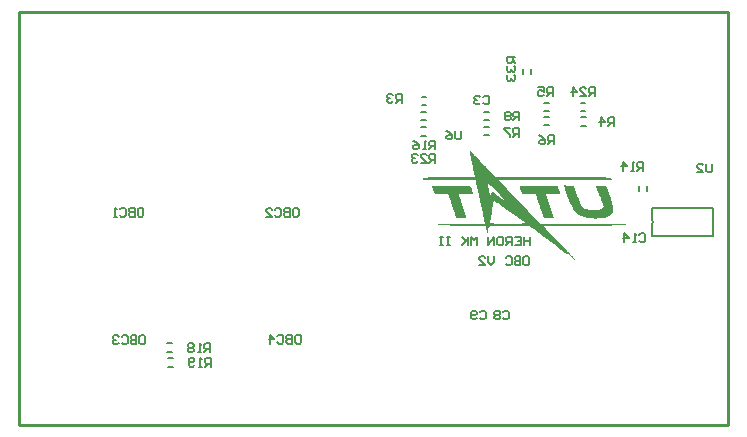
<source format=gbo>
G04*
G04 #@! TF.GenerationSoftware,Altium Limited,Altium Designer,18.1.9 (240)*
G04*
G04 Layer_Color=12176880*
%FSLAX44Y44*%
%MOMM*%
G71*
G01*
G75*
%ADD13C,0.2540*%
%ADD14C,0.2000*%
G36*
X447196Y202697D02*
X449005D01*
X450649Y202615D01*
X451965Y202533D01*
X453034Y202450D01*
X453938D01*
X454678Y202368D01*
X455171Y202286D01*
X455582Y202204D01*
X455829Y202121D01*
X455993D01*
X456076Y202039D01*
X456158D01*
X456487Y201053D01*
X456816Y200148D01*
X457145Y199408D01*
X457309Y198750D01*
X457556Y198175D01*
X457720Y197682D01*
X457967Y196942D01*
X458131Y196448D01*
X458213Y196119D01*
Y195955D01*
X458131Y195873D01*
X457967Y195791D01*
X457638D01*
X457227Y195708D01*
X456240Y195626D01*
X455007D01*
X453856Y195544D01*
X445634D01*
X449005Y185678D01*
X452376Y175482D01*
X452294Y175400D01*
X452211Y175318D01*
X451718Y175236D01*
X451060Y175153D01*
X450320D01*
X449580Y175071D01*
X444236D01*
X441769Y182224D01*
X441276Y183622D01*
X440865Y184937D01*
X440454Y186089D01*
X440043Y187157D01*
X439714Y188062D01*
X439467Y188884D01*
X439138Y189624D01*
X438974Y190282D01*
X438727Y190857D01*
X438563Y191268D01*
X438481Y191679D01*
X438316Y191926D01*
X438234Y192337D01*
X438152Y192419D01*
X437083Y195297D01*
X436261Y195379D01*
X435274Y195462D01*
X434370D01*
X433383Y195544D01*
X429930D01*
X428697Y195626D01*
X427710D01*
X426970Y195708D01*
X426312D01*
X425901Y195791D01*
X425572D01*
X424668Y198668D01*
X424257Y199573D01*
X424010Y200313D01*
X423763Y200970D01*
X423681Y201381D01*
X423599Y201710D01*
X423517Y201875D01*
Y202039D01*
X423599Y202121D01*
X423681Y202204D01*
X423928D01*
X424174Y202286D01*
X424997Y202368D01*
X426065Y202450D01*
X427299Y202533D01*
X428614Y202615D01*
X430094D01*
X431574Y202697D01*
X433136D01*
X434616Y202779D01*
X445058Y202779D01*
X447196Y202697D01*
D02*
G37*
G36*
X383229Y199573D02*
X383640Y198586D01*
X383887Y197764D01*
X384133Y197106D01*
X384216Y196613D01*
X384298Y196202D01*
X384380Y195955D01*
Y195873D01*
Y195791D01*
X384298D01*
X384133Y195708D01*
X383805D01*
X383393Y195626D01*
X382407D01*
X381174Y195544D01*
X375665D01*
X374678Y195462D01*
X373774D01*
X373034Y195379D01*
X372458D01*
X372047Y195297D01*
X371965D01*
Y195133D01*
X372129Y194804D01*
X372294Y194310D01*
X372458Y193735D01*
X372705Y192995D01*
X373034Y192173D01*
X373609Y190364D01*
X374267Y188555D01*
X374514Y187733D01*
X374842Y186993D01*
X375007Y186417D01*
X375171Y185924D01*
X375336Y185595D01*
Y185513D01*
X375911Y183869D01*
X376487Y182306D01*
X376898Y181073D01*
X377309Y179922D01*
X377638Y178935D01*
X377885Y178113D01*
X378131Y177455D01*
X378296Y176962D01*
X378460Y176469D01*
X378542Y176140D01*
X378625Y175893D01*
Y175729D01*
X378707Y175564D01*
Y175482D01*
X378625Y175400D01*
X378542Y175318D01*
X378049Y175236D01*
X377391Y175153D01*
X376569D01*
X375747Y175071D01*
X370403D01*
X369827Y176469D01*
X369252Y178113D01*
X368594Y179758D01*
X368018Y181402D01*
X367525Y182964D01*
X367278Y183622D01*
X367114Y184115D01*
X366950Y184609D01*
X366785Y184937D01*
X366703Y185184D01*
Y185266D01*
X366292Y186500D01*
X365881Y187733D01*
X365470Y188802D01*
X365141Y189788D01*
X364565Y191515D01*
X364072Y192995D01*
X363661Y194146D01*
X363414Y194886D01*
X363250Y195379D01*
X363167Y195544D01*
X351739D01*
X350588Y199161D01*
X349190Y202779D01*
X381913D01*
X383229Y199573D01*
D02*
G37*
G36*
X461502Y202861D02*
X462160D01*
X463475Y202779D01*
X467011D01*
X467751Y202697D01*
X468326D01*
X468820Y202615D01*
X469149D01*
X469395Y202533D01*
X469478D01*
X472602Y194228D01*
X473177Y192748D01*
X473671Y191515D01*
X474164Y190282D01*
X474657Y189295D01*
X474986Y188391D01*
X475397Y187568D01*
X475644Y186911D01*
X475973Y186335D01*
X476137Y185842D01*
X476384Y185431D01*
X476631Y184937D01*
X476795Y184609D01*
X476877Y184526D01*
X477371Y184115D01*
X477946Y183704D01*
X479179Y183129D01*
X480659Y182635D01*
X482139Y182389D01*
X483455Y182224D01*
X484113Y182142D01*
X484606D01*
X485017Y182060D01*
X488224D01*
X488799Y182142D01*
X489292D01*
X489786Y182224D01*
X490526D01*
X490937Y182306D01*
X491266Y182389D01*
X491512Y182471D01*
X491595D01*
X491841Y182635D01*
X492088Y182717D01*
X492335D01*
X492581Y182800D01*
X492746Y182882D01*
X492910Y182964D01*
X492992Y183046D01*
X493239Y183293D01*
X493321Y183375D01*
X493486Y183458D01*
X493568Y183622D01*
X493815Y183786D01*
X493979Y183951D01*
X494061Y184033D01*
X494308Y184362D01*
X494555Y184609D01*
X494637Y184691D01*
X494719Y184773D01*
X493321Y188555D01*
X492663Y190282D01*
X492088Y191926D01*
X491512Y193571D01*
X490937Y195051D01*
X490444Y196366D01*
X489950Y197682D01*
X489539Y198833D01*
X489210Y199819D01*
X488881Y200724D01*
X488635Y201464D01*
X488388Y202039D01*
X488224Y202450D01*
X488141Y202697D01*
Y202779D01*
X493157D01*
X493815Y202697D01*
X494966Y202533D01*
X495788Y202368D01*
X496363Y202121D01*
X496774Y201793D01*
X497021Y201628D01*
X497186Y201464D01*
Y201381D01*
X498172Y198668D01*
X499077Y196202D01*
X499899Y193982D01*
X500557Y192008D01*
X501132Y190282D01*
X501626Y188720D01*
X501954Y187404D01*
X502283Y186335D01*
X502530Y185349D01*
X502694Y184609D01*
X502859Y183951D01*
X502941Y183458D01*
X503023Y183129D01*
Y182882D01*
Y182800D01*
Y182717D01*
X502941Y181813D01*
X502694Y180991D01*
X502365Y180169D01*
X502037Y179511D01*
X501708Y179018D01*
X501379Y178524D01*
X501132Y178278D01*
X501050Y178195D01*
X500310Y177620D01*
X499488Y177044D01*
X498583Y176633D01*
X497514Y176222D01*
X495377Y175647D01*
X493239Y175236D01*
X492170Y175071D01*
X491184Y174989D01*
X490279Y174907D01*
X489539D01*
X488881Y174824D01*
X487977D01*
X486004Y174907D01*
X484195Y174989D01*
X482468Y175236D01*
X480906Y175564D01*
X479426Y175893D01*
X478111Y176222D01*
X476959Y176633D01*
X475891Y177127D01*
X474986Y177538D01*
X474164Y177949D01*
X473506Y178278D01*
X472931Y178607D01*
X472520Y178935D01*
X472191Y179182D01*
X472026Y179264D01*
X471944Y179347D01*
X471204Y180004D01*
X470546Y180826D01*
X469806Y181731D01*
X469149Y182882D01*
X468409Y184033D01*
X467751Y185266D01*
X466600Y187733D01*
X466024Y188966D01*
X465531Y190117D01*
X465120Y191186D01*
X464709Y192091D01*
X464462Y192913D01*
X464216Y193488D01*
X464133Y193817D01*
X464051Y193982D01*
X460927Y202944D01*
X461502Y202861D01*
D02*
G37*
G36*
X381338Y232625D02*
X381749Y232296D01*
X382160Y231885D01*
X382736Y231392D01*
X383229Y230816D01*
X383640Y230405D01*
X383969Y230076D01*
X384051Y229994D01*
X385038Y228925D01*
X386107Y227856D01*
X387175Y226705D01*
X388162Y225718D01*
X388984Y224814D01*
X389642Y224074D01*
X390135Y223581D01*
X390218Y223498D01*
X390300Y223416D01*
X391615Y222101D01*
X392684Y221032D01*
X393506Y220128D01*
X394246Y219470D01*
X394740Y218976D01*
X395151Y218565D01*
X395315Y218401D01*
X395397Y218319D01*
X403948Y209768D01*
X465120Y209768D01*
X466682Y209850D01*
X479262D01*
X480742Y209932D01*
X490772D01*
X492088Y209850D01*
X494390D01*
X495294Y209768D01*
X496199D01*
X496857Y209686D01*
X497514Y209603D01*
X498008D01*
X498419Y209521D01*
X498994D01*
X499159Y209439D01*
X499323D01*
X500145Y209275D01*
X500803Y209028D01*
X501214Y208699D01*
X501543Y208452D01*
X501708Y208123D01*
X501790Y207959D01*
X501872Y207795D01*
Y207712D01*
X501297D01*
X500639Y207630D01*
X497432D01*
X495952Y207548D01*
X482304D01*
X477782Y207466D01*
X405757Y207466D01*
X413157Y199819D01*
X413568Y199408D01*
X414061Y198915D01*
X415213Y197764D01*
X416528Y196284D01*
X417926Y194886D01*
X419241Y193488D01*
X419817Y192913D01*
X420310Y192337D01*
X420803Y191926D01*
X421132Y191597D01*
X421297Y191351D01*
X421379Y191268D01*
X422530Y190035D01*
X423599Y188884D01*
X425572Y186911D01*
X427217Y185184D01*
X428614Y183786D01*
X429683Y182717D01*
X430423Y181895D01*
X430834Y181484D01*
X430999Y181320D01*
X441769Y170549D01*
X489950Y170549D01*
X492417Y170467D01*
X497021D01*
X498994Y170385D01*
X500886D01*
X502612Y170302D01*
X505572D01*
X506805Y170220D01*
X507956D01*
X509025Y170138D01*
X509930D01*
X510752Y170056D01*
X511492D01*
X512067Y169974D01*
X512561D01*
X513383Y169891D01*
X513959Y169809D01*
X514287Y169727D01*
X514452D01*
X514534Y169645D01*
X514452Y169562D01*
X514123Y169480D01*
X513630Y169398D01*
X513054Y169316D01*
X512232D01*
X511327Y169233D01*
X510259Y169151D01*
X509025D01*
X507792Y169069D01*
X506394D01*
X503434Y168987D01*
X500228Y168905D01*
X496939Y168822D01*
X490526D01*
X487566Y168740D01*
X443825D01*
X444729Y167589D01*
X444976Y167260D01*
X445552Y166685D01*
X446209Y165863D01*
X447032Y164958D01*
X448018Y163971D01*
X449087Y162820D01*
X451307Y160518D01*
X453445Y158216D01*
X454431Y157229D01*
X455336Y156325D01*
X456076Y155503D01*
X456651Y154927D01*
X456980Y154598D01*
X457145Y154434D01*
X459118Y152378D01*
X460927Y150487D01*
X462489Y148925D01*
X463804Y147528D01*
X464873Y146376D01*
X465860Y145472D01*
X466600Y144650D01*
X467258Y143992D01*
X467751Y143499D01*
X468162Y143088D01*
X468409Y142841D01*
X468573Y142676D01*
X468820Y142430D01*
X469395Y141772D01*
X469889Y141196D01*
X470218Y140785D01*
X470464Y140539D01*
X470629Y140292D01*
X470711Y140210D01*
X470793Y140128D01*
X469478Y141032D01*
X465860Y143581D01*
X462407Y146047D01*
X459036Y148432D01*
X455829Y150816D01*
X452705Y153036D01*
X449827Y155174D01*
X447114Y157229D01*
X444647Y159038D01*
X442345Y160765D01*
X440372Y162327D01*
X438563Y163643D01*
X437083Y164794D01*
X435932Y165698D01*
X435439Y166109D01*
X435110Y166356D01*
X434781Y166602D01*
X434534Y166767D01*
X434452Y166931D01*
X434370D01*
X431903Y168740D01*
X398111D01*
X397700Y168000D01*
X397453Y167260D01*
X397206Y166520D01*
X397124Y165780D01*
X397042Y165205D01*
X396960Y164711D01*
Y164300D01*
Y164218D01*
Y163725D01*
X396878Y163396D01*
X396795Y163149D01*
X396713Y162985D01*
X396631Y162903D01*
X396549D01*
X396384Y163067D01*
X396138Y163478D01*
X395973Y163889D01*
X395809Y164465D01*
X395644Y164958D01*
X395480Y165369D01*
X395397Y165698D01*
Y165780D01*
X394904Y168493D01*
X374925Y168740D01*
X373034D01*
X371307Y168822D01*
X368101D01*
X366703Y168905D01*
X365387D01*
X364154Y168987D01*
X363003D01*
X362016Y169069D01*
X361030Y169151D01*
X360207D01*
X359385Y169233D01*
X357988Y169316D01*
X356919Y169398D01*
X356096Y169480D01*
X355439Y169562D01*
X355028Y169645D01*
X354699Y169727D01*
X354534Y169809D01*
X354370Y169891D01*
X354452Y169973D01*
X354617D01*
X354863Y170056D01*
X355192Y170138D01*
X355685D01*
X356179Y170220D01*
X357494Y170302D01*
X359056D01*
X360701Y170385D01*
X362510Y170467D01*
X366292D01*
X368101Y170549D01*
X394493D01*
X392931Y177949D01*
X392438Y180169D01*
X391944Y182224D01*
X391533Y184115D01*
X391122Y185924D01*
X390793Y187568D01*
X390464Y189048D01*
X390135Y190364D01*
X389889Y191597D01*
X389642Y192584D01*
X389395Y193488D01*
X389231Y194310D01*
X389067Y194886D01*
X388984Y195379D01*
X388902Y195791D01*
X388820Y195955D01*
Y196037D01*
X388409Y197682D01*
X388080Y199244D01*
X387751Y200559D01*
X387504Y201710D01*
X387340Y202779D01*
X387175Y203684D01*
X387011Y204424D01*
X386847Y205081D01*
X386764Y205657D01*
X386682Y206068D01*
Y206397D01*
X386600Y206644D01*
Y206972D01*
Y207055D01*
X386518D01*
X386353Y207137D01*
X386024D01*
X385613Y207219D01*
X384462D01*
X383805Y207301D01*
X381338D01*
X379365Y207383D01*
X375171D01*
X373116Y207466D01*
X349025D01*
X347874Y207548D01*
X344339D01*
X343352Y207630D01*
X342612Y207795D01*
X342119Y207959D01*
X341708Y208123D01*
X341544Y208288D01*
X341461Y208452D01*
X341379Y208617D01*
X341461Y208946D01*
X341790Y209192D01*
X342284Y209357D01*
X342777Y209439D01*
X343270Y209521D01*
X343763Y209603D01*
X344832D01*
X345819Y209686D01*
X349930D01*
X351574Y209768D01*
X370978D01*
X372540Y209850D01*
X376569D01*
X377638Y209932D01*
X379611D01*
X380516Y210014D01*
X381996D01*
X383147Y210097D01*
X384051Y210179D01*
X384791Y210261D01*
X385284D01*
X385613Y210343D01*
X385778D01*
X385860Y210426D01*
X385942D01*
X384380Y216674D01*
X384298Y217414D01*
X384133Y218237D01*
X383722Y220045D01*
X383558Y220785D01*
X383393Y221525D01*
X383229Y221936D01*
Y222101D01*
X382900Y223416D01*
X382653Y224567D01*
X382489Y225472D01*
X382324Y226130D01*
X382242Y226623D01*
X382160Y227034D01*
Y227198D01*
Y227281D01*
X381996Y228267D01*
X381749Y229090D01*
X381667Y229418D01*
Y229665D01*
X381585Y229830D01*
Y229912D01*
X381338Y230734D01*
X381256Y231474D01*
X381174Y231885D01*
Y232049D01*
Y232707D01*
X381338Y232625D01*
D02*
G37*
%LPC*%
G36*
X396549Y204999D02*
Y204835D01*
X396631Y204588D01*
X396713Y203848D01*
X396877Y202861D01*
X397042Y201875D01*
X397289Y200806D01*
X397453Y199984D01*
X397535Y199655D01*
Y199408D01*
X397617Y199244D01*
Y199161D01*
X397782Y198750D01*
X397864Y198175D01*
Y197764D01*
Y197682D01*
Y197599D01*
X398193Y196613D01*
X398357Y195873D01*
X398522Y195462D01*
Y195297D01*
X398604Y194886D01*
X398686Y194722D01*
X398851D01*
X398933Y194804D01*
X399097Y195133D01*
X399180Y195215D01*
Y195297D01*
X399509Y196037D01*
X399755Y196613D01*
X400002Y197024D01*
X400166Y197353D01*
X400331Y197517D01*
X400413Y197599D01*
X400495D01*
X400742Y197517D01*
X401071Y197270D01*
X401564Y196942D01*
X402140Y196613D01*
X402633Y196202D01*
X403126Y195873D01*
X403455Y195626D01*
X403537Y195544D01*
X404442Y194886D01*
X405264Y194310D01*
X405593Y194064D01*
X405839Y193899D01*
X405922Y193817D01*
X406004Y193735D01*
X406744Y193077D01*
X407319Y192584D01*
X407730Y192255D01*
X407895Y192173D01*
X408470Y191679D01*
X408881Y191351D01*
X409210Y191104D01*
X409293Y191022D01*
X409622Y190775D01*
X409868Y190693D01*
X409950Y190611D01*
X410033D01*
X410279Y190364D01*
X410115Y191104D01*
X409704Y191926D01*
X409046Y192995D01*
X408142Y194064D01*
X407073Y195215D01*
X405922Y196448D01*
X403373Y198915D01*
X402140Y200148D01*
X400906Y201299D01*
X399755Y202286D01*
X398686Y203190D01*
X397782Y203930D01*
X397124Y204506D01*
X396713Y204835D01*
X396549Y204999D01*
D02*
G37*
G36*
X401975Y190117D02*
X401893D01*
X401811Y190035D01*
X401728Y189706D01*
X401646Y189213D01*
X401482Y188555D01*
X401399Y187815D01*
X401153Y186993D01*
X400824Y185184D01*
X400495Y183375D01*
X400331Y182553D01*
X400166Y181813D01*
X400084Y181155D01*
X400002Y180662D01*
X399920Y180333D01*
Y180251D01*
X398111Y170796D01*
X405757Y170549D01*
X421050D01*
X428943Y170796D01*
X415624Y180498D01*
X413321Y182224D01*
X411266Y183704D01*
X409539Y184937D01*
X407977Y186089D01*
X406662Y186993D01*
X405593Y187733D01*
X404606Y188391D01*
X403866Y188884D01*
X403291Y189295D01*
X402797Y189624D01*
X402468Y189788D01*
X402222Y189953D01*
X402057Y190035D01*
X401975Y190117D01*
D02*
G37*
%LPD*%
D13*
X0Y0D02*
X600000D01*
X0D02*
Y350000D01*
X600000D01*
Y0D02*
Y350000D01*
D14*
X535600Y170435D02*
G03*
X535600Y173685I0J1625D01*
G01*
X475372Y272740D02*
X479371D01*
X475372Y265740D02*
X479371D01*
X444146Y272994D02*
X448147D01*
X444146Y265994D02*
X448147D01*
X444224Y260689D02*
X448224D01*
X444224Y253689D02*
X448224D01*
X475564Y260548D02*
X479563D01*
X475564Y253548D02*
X479563D01*
X393478Y265120D02*
X397478D01*
X393478Y258120D02*
X397478D01*
X393322Y252300D02*
X397322D01*
X393322Y245300D02*
X397322D01*
X340646Y271074D02*
X344646D01*
X340646Y278074D02*
X344646D01*
X340392Y258120D02*
X344392D01*
X340392Y265120D02*
X344392D01*
X340138Y245166D02*
X344138D01*
X340138Y252166D02*
X344138D01*
X433522Y297314D02*
Y301314D01*
X426522Y297314D02*
Y301314D01*
X125734Y56484D02*
X129734D01*
X125734Y49484D02*
X129734D01*
X125438Y69214D02*
X129438D01*
X125438Y62214D02*
X129438D01*
X524312Y198152D02*
Y202152D01*
X531312Y198152D02*
Y202152D01*
X535600Y173685D02*
Y183710D01*
Y160410D02*
Y170435D01*
Y160410D02*
X587600D01*
Y183710D01*
X535600D02*
X587600D01*
X428083Y142924D02*
X430582D01*
X431832Y141674D01*
Y136676D01*
X430582Y135426D01*
X428083D01*
X426834Y136676D01*
Y141674D01*
X428083Y142924D01*
X424334D02*
Y135426D01*
X420586D01*
X419336Y136676D01*
Y137925D01*
X420586Y139175D01*
X424334D01*
X420586D01*
X419336Y140424D01*
Y141674D01*
X420586Y142924D01*
X424334D01*
X411838Y141674D02*
X413088Y142924D01*
X415587D01*
X416837Y141674D01*
Y136676D01*
X415587Y135426D01*
X413088D01*
X411838Y136676D01*
X401842Y142924D02*
Y137925D01*
X399342Y135426D01*
X396843Y137925D01*
Y142924D01*
X389346Y135426D02*
X394344D01*
X389346Y140424D01*
Y141674D01*
X390595Y142924D01*
X393094D01*
X394344Y141674D01*
X432086Y159612D02*
Y152114D01*
Y155863D01*
X427088D01*
Y159612D01*
Y152114D01*
X419590Y159612D02*
X424588D01*
Y152114D01*
X419590D01*
X424588Y155863D02*
X422089D01*
X417091Y152114D02*
Y159612D01*
X413342D01*
X412092Y158362D01*
Y155863D01*
X413342Y154613D01*
X417091D01*
X414592D02*
X412092Y152114D01*
X405844Y159612D02*
X408344D01*
X409593Y158362D01*
Y153364D01*
X408344Y152114D01*
X405844D01*
X404595Y153364D01*
Y158362D01*
X405844Y159612D01*
X402096Y152114D02*
Y159612D01*
X397097Y152114D01*
Y159612D01*
X387100Y152114D02*
Y159612D01*
X384601Y157112D01*
X382102Y159612D01*
Y152114D01*
X379603Y159612D02*
Y152114D01*
Y154613D01*
X374604Y159612D01*
X378353Y155863D01*
X374604Y152114D01*
X364608Y159612D02*
X362108D01*
X363358D01*
Y152114D01*
X364608D01*
X362108D01*
X358360Y159612D02*
X355860D01*
X357110D01*
Y152114D01*
X358360D01*
X355860D01*
X503682Y252984D02*
Y260482D01*
X499933D01*
X498684Y259232D01*
Y256733D01*
X499933Y255483D01*
X503682D01*
X501183D02*
X498684Y252984D01*
X492436D02*
Y260482D01*
X496184Y256733D01*
X491186D01*
X420116Y311658D02*
X412618D01*
Y307909D01*
X413868Y306660D01*
X416367D01*
X417617Y307909D01*
Y311658D01*
Y309159D02*
X420116Y306660D01*
X413868Y304160D02*
X412618Y302911D01*
Y300412D01*
X413868Y299162D01*
X415118D01*
X416367Y300412D01*
Y301661D01*
Y300412D01*
X417617Y299162D01*
X418866D01*
X420116Y300412D01*
Y302911D01*
X418866Y304160D01*
X413868Y296663D02*
X412618Y295413D01*
Y292914D01*
X413868Y291664D01*
X415118D01*
X416367Y292914D01*
Y294164D01*
Y292914D01*
X417617Y291664D01*
X418866D01*
X420116Y292914D01*
Y295413D01*
X418866Y296663D01*
X487248Y278384D02*
Y285882D01*
X483499D01*
X482249Y284632D01*
Y282133D01*
X483499Y280883D01*
X487248D01*
X484748D02*
X482249Y278384D01*
X474752D02*
X479750D01*
X474752Y283382D01*
Y284632D01*
X476001Y285882D01*
X478500D01*
X479750Y284632D01*
X468503Y278384D02*
Y285882D01*
X472252Y282133D01*
X467254D01*
X352298Y222250D02*
Y229748D01*
X348549D01*
X347300Y228498D01*
Y225999D01*
X348549Y224749D01*
X352298D01*
X349799D02*
X347300Y222250D01*
X339802D02*
X344800D01*
X339802Y227248D01*
Y228498D01*
X341052Y229748D01*
X343551D01*
X344800Y228498D01*
X337303D02*
X336053Y229748D01*
X333554D01*
X332304Y228498D01*
Y227248D01*
X333554Y225999D01*
X334804D01*
X333554D01*
X332304Y224749D01*
Y223500D01*
X333554Y222250D01*
X336053D01*
X337303Y223500D01*
X352044Y233426D02*
Y240924D01*
X348295D01*
X347046Y239674D01*
Y237175D01*
X348295Y235925D01*
X352044D01*
X349545D02*
X347046Y233426D01*
X344546D02*
X342047D01*
X343297D01*
Y240924D01*
X344546Y239674D01*
X333300Y240924D02*
X335799Y239674D01*
X338298Y237175D01*
Y234676D01*
X337049Y233426D01*
X334550D01*
X333300Y234676D01*
Y235925D01*
X334550Y237175D01*
X338298D01*
X423402Y257944D02*
Y265442D01*
X419653D01*
X418404Y264192D01*
Y261693D01*
X419653Y260443D01*
X423402D01*
X420903D02*
X418404Y257944D01*
X415904Y264192D02*
X414655Y265442D01*
X412156D01*
X410906Y264192D01*
Y262942D01*
X412156Y261693D01*
X410906Y260443D01*
Y259194D01*
X412156Y257944D01*
X414655D01*
X415904Y259194D01*
Y260443D01*
X414655Y261693D01*
X415904Y262942D01*
Y264192D01*
X414655Y261693D02*
X412156D01*
X422910Y244094D02*
Y251592D01*
X419161D01*
X417912Y250342D01*
Y247843D01*
X419161Y246593D01*
X422910D01*
X420411D02*
X417912Y244094D01*
X415412Y251592D02*
X410414D01*
Y250342D01*
X415412Y245344D01*
Y244094D01*
X452628Y237998D02*
Y245496D01*
X448879D01*
X447630Y244246D01*
Y241747D01*
X448879Y240497D01*
X452628D01*
X450129D02*
X447630Y237998D01*
X440132Y245496D02*
X442631Y244246D01*
X445130Y241747D01*
Y239248D01*
X443881Y237998D01*
X441382D01*
X440132Y239248D01*
Y240497D01*
X441382Y241747D01*
X445130D01*
X451612Y278384D02*
Y285882D01*
X447863D01*
X446614Y284632D01*
Y282133D01*
X447863Y280883D01*
X451612D01*
X449113D02*
X446614Y278384D01*
X439116Y285882D02*
X444114D01*
Y282133D01*
X441615Y283382D01*
X440366D01*
X439116Y282133D01*
Y279634D01*
X440366Y278384D01*
X442865D01*
X444114Y279634D01*
X323850Y273050D02*
Y280548D01*
X320101D01*
X318852Y279298D01*
Y276799D01*
X320101Y275549D01*
X323850D01*
X321351D02*
X318852Y273050D01*
X316352Y279298D02*
X315103Y280548D01*
X312604D01*
X311354Y279298D01*
Y278048D01*
X312604Y276799D01*
X313853D01*
X312604D01*
X311354Y275549D01*
Y274300D01*
X312604Y273050D01*
X315103D01*
X316352Y274300D01*
X392766Y277774D02*
X394015Y279024D01*
X396514D01*
X397764Y277774D01*
Y272776D01*
X396514Y271526D01*
X394015D01*
X392766Y272776D01*
X390266Y277774D02*
X389017Y279024D01*
X386518D01*
X385268Y277774D01*
Y276524D01*
X386518Y275275D01*
X387767D01*
X386518D01*
X385268Y274025D01*
Y272776D01*
X386518Y271526D01*
X389017D01*
X390266Y272776D01*
X234757Y76408D02*
X237256D01*
X238506Y75158D01*
Y70160D01*
X237256Y68910D01*
X234757D01*
X233508Y70160D01*
Y75158D01*
X234757Y76408D01*
X231008D02*
Y68910D01*
X227260D01*
X226010Y70160D01*
Y71409D01*
X227260Y72659D01*
X231008D01*
X227260D01*
X226010Y73908D01*
Y75158D01*
X227260Y76408D01*
X231008D01*
X218512Y75158D02*
X219762Y76408D01*
X222261D01*
X223511Y75158D01*
Y70160D01*
X222261Y68910D01*
X219762D01*
X218512Y70160D01*
X212264Y68910D02*
Y76408D01*
X216013Y72659D01*
X211015D01*
X524846Y161188D02*
X526095Y162438D01*
X528594D01*
X529844Y161188D01*
Y156190D01*
X528594Y154940D01*
X526095D01*
X524846Y156190D01*
X522346Y154940D02*
X519847D01*
X521097D01*
Y162438D01*
X522346Y161188D01*
X512350Y154940D02*
Y162438D01*
X516098Y158689D01*
X511100D01*
X374031Y249306D02*
Y243058D01*
X372781Y241808D01*
X370282D01*
X369032Y243058D01*
Y249306D01*
X361535D02*
X364034Y248056D01*
X366533Y245557D01*
Y243058D01*
X365283Y241808D01*
X362784D01*
X361535Y243058D01*
Y244307D01*
X362784Y245557D01*
X366533D01*
X232725Y183774D02*
X235224D01*
X236474Y182524D01*
Y177526D01*
X235224Y176276D01*
X232725D01*
X231476Y177526D01*
Y182524D01*
X232725Y183774D01*
X228976D02*
Y176276D01*
X225228D01*
X223978Y177526D01*
Y178775D01*
X225228Y180025D01*
X228976D01*
X225228D01*
X223978Y181274D01*
Y182524D01*
X225228Y183774D01*
X228976D01*
X216480Y182524D02*
X217730Y183774D01*
X220229D01*
X221479Y182524D01*
Y177526D01*
X220229Y176276D01*
X217730D01*
X216480Y177526D01*
X208983Y176276D02*
X213981D01*
X208983Y181274D01*
Y182524D01*
X210232Y183774D01*
X212732D01*
X213981Y182524D01*
X586486Y221366D02*
Y215118D01*
X585236Y213868D01*
X582737D01*
X581488Y215118D01*
Y221366D01*
X573990Y213868D02*
X578988D01*
X573990Y218866D01*
Y220116D01*
X575240Y221366D01*
X577739D01*
X578988Y220116D01*
X528320Y215392D02*
Y222890D01*
X524571D01*
X523322Y221640D01*
Y219141D01*
X524571Y217891D01*
X528320D01*
X525821D02*
X523322Y215392D01*
X520822D02*
X518323D01*
X519573D01*
Y222890D01*
X520822Y221640D01*
X510826Y215392D02*
Y222890D01*
X514574Y219141D01*
X509576D01*
X162052Y49484D02*
Y56982D01*
X158303D01*
X157054Y55732D01*
Y53233D01*
X158303Y51983D01*
X162052D01*
X159553D02*
X157054Y49484D01*
X154554D02*
X152055D01*
X153305D01*
Y56982D01*
X154554Y55732D01*
X148306Y50733D02*
X147057Y49484D01*
X144558D01*
X143308Y50733D01*
Y55732D01*
X144558Y56982D01*
X147057D01*
X148306Y55732D01*
Y54482D01*
X147057Y53233D01*
X143308D01*
X161544Y61722D02*
Y69220D01*
X157795D01*
X156546Y67970D01*
Y65471D01*
X157795Y64221D01*
X161544D01*
X159045D02*
X156546Y61722D01*
X154046D02*
X151547D01*
X152797D01*
Y69220D01*
X154046Y67970D01*
X147798D02*
X146549Y69220D01*
X144050D01*
X142800Y67970D01*
Y66720D01*
X144050Y65471D01*
X142800Y64221D01*
Y62972D01*
X144050Y61722D01*
X146549D01*
X147798Y62972D01*
Y64221D01*
X146549Y65471D01*
X147798Y66720D01*
Y67970D01*
X146549Y65471D02*
X144050D01*
X101407Y184028D02*
X103906D01*
X105156Y182778D01*
Y177780D01*
X103906Y176530D01*
X101407D01*
X100158Y177780D01*
Y182778D01*
X101407Y184028D01*
X97658D02*
Y176530D01*
X93910D01*
X92660Y177780D01*
Y179029D01*
X93910Y180279D01*
X97658D01*
X93910D01*
X92660Y181528D01*
Y182778D01*
X93910Y184028D01*
X97658D01*
X85162Y182778D02*
X86412Y184028D01*
X88911D01*
X90161Y182778D01*
Y177780D01*
X88911Y176530D01*
X86412D01*
X85162Y177780D01*
X82663Y176530D02*
X80164D01*
X81414D01*
Y184028D01*
X82663Y182778D01*
X102931Y76142D02*
X105430D01*
X106680Y74893D01*
Y69894D01*
X105430Y68645D01*
X102931D01*
X101682Y69894D01*
Y74893D01*
X102931Y76142D01*
X99182D02*
Y68645D01*
X95434D01*
X94184Y69894D01*
Y71144D01*
X95434Y72393D01*
X99182D01*
X95434D01*
X94184Y73643D01*
Y74893D01*
X95434Y76142D01*
X99182D01*
X86686Y74893D02*
X87936Y76142D01*
X90435D01*
X91685Y74893D01*
Y69894D01*
X90435Y68645D01*
X87936D01*
X86686Y69894D01*
X84187Y74893D02*
X82938Y76142D01*
X80438D01*
X79189Y74893D01*
Y73643D01*
X80438Y72393D01*
X81688D01*
X80438D01*
X79189Y71144D01*
Y69894D01*
X80438Y68645D01*
X82938D01*
X84187Y69894D01*
X389972Y95656D02*
X391221Y96906D01*
X393720D01*
X394970Y95656D01*
Y90658D01*
X393720Y89408D01*
X391221D01*
X389972Y90658D01*
X387472D02*
X386223Y89408D01*
X383724D01*
X382474Y90658D01*
Y95656D01*
X383724Y96906D01*
X386223D01*
X387472Y95656D01*
Y94406D01*
X386223Y93157D01*
X382474D01*
X409488Y95656D02*
X410738Y96906D01*
X413237D01*
X414487Y95656D01*
Y90658D01*
X413237Y89408D01*
X410738D01*
X409488Y90658D01*
X406989Y95656D02*
X405740Y96906D01*
X403241D01*
X401991Y95656D01*
Y94406D01*
X403241Y93157D01*
X401991Y91907D01*
Y90658D01*
X403241Y89408D01*
X405740D01*
X406989Y90658D01*
Y91907D01*
X405740Y93157D01*
X406989Y94406D01*
Y95656D01*
X405740Y93157D02*
X403241D01*
M02*

</source>
